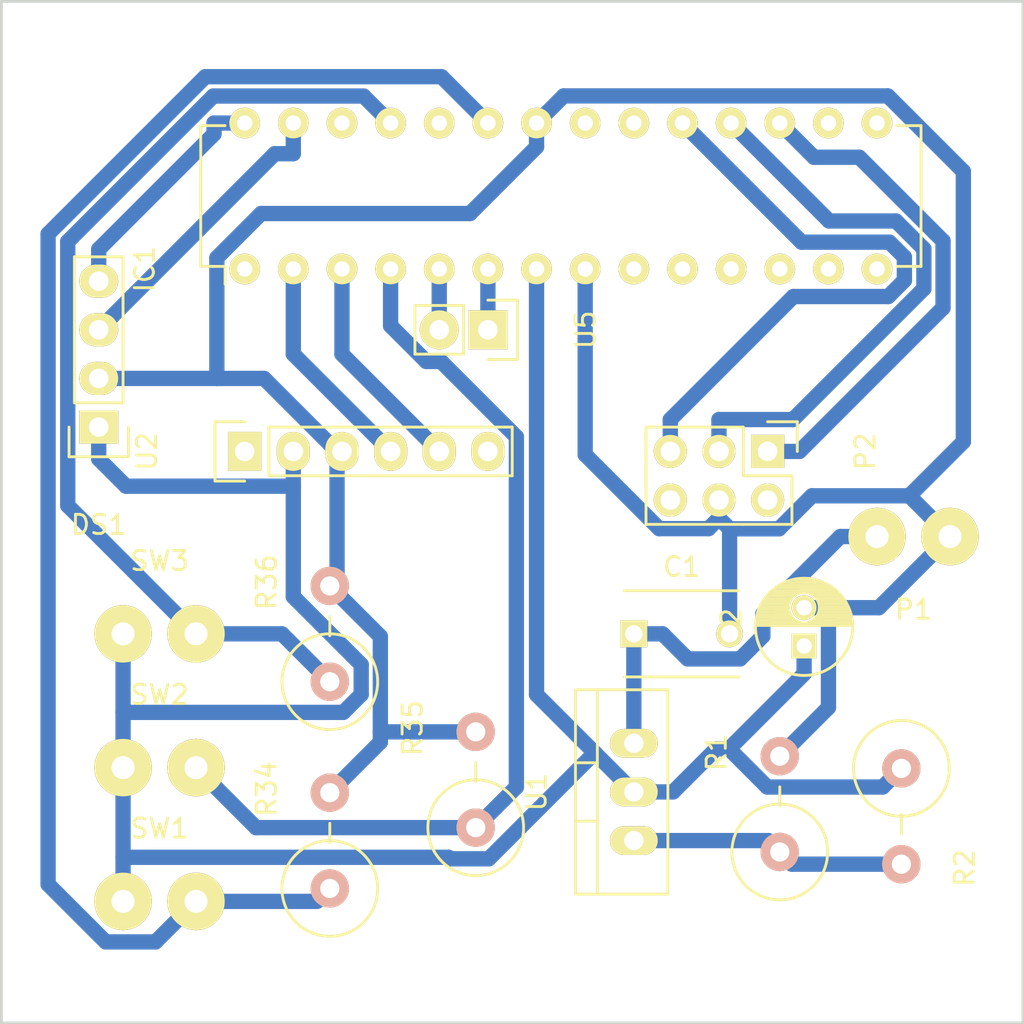
<source format=kicad_pcb>
(kicad_pcb (version 4) (host pcbnew 4.0.2-stable)

  (general
    (links 39)
    (no_connects 1)
    (area 92.2 60.884999 137.5 107.07588)
    (thickness 1.6)
    (drawings 4)
    (tracks 138)
    (zones 0)
    (modules 17)
    (nets 18)
  )

  (page A4)
  (layers
    (0 F.Cu signal)
    (31 B.Cu signal)
    (32 B.Adhes user)
    (33 F.Adhes user)
    (34 B.Paste user)
    (35 F.Paste user)
    (36 B.SilkS user)
    (37 F.SilkS user)
    (38 B.Mask user)
    (39 F.Mask user)
    (40 Dwgs.User user)
    (41 Cmts.User user)
    (42 Eco1.User user)
    (43 Eco2.User user)
    (44 Edge.Cuts user)
    (45 Margin user)
    (46 B.CrtYd user)
    (47 F.CrtYd user)
    (48 B.Fab user)
    (49 F.Fab user)
  )

  (setup
    (last_trace_width 0.8)
    (trace_clearance 0.2)
    (zone_clearance 0.508)
    (zone_45_only no)
    (trace_min 0.2)
    (segment_width 0.2)
    (edge_width 0.15)
    (via_size 0.6)
    (via_drill 0.4)
    (via_min_size 0.4)
    (via_min_drill 0.3)
    (uvia_size 0.3)
    (uvia_drill 0.1)
    (uvias_allowed no)
    (uvia_min_size 0.2)
    (uvia_min_drill 0.1)
    (pcb_text_width 0.3)
    (pcb_text_size 1.5 1.5)
    (mod_edge_width 0.15)
    (mod_text_size 1 1)
    (mod_text_width 0.15)
    (pad_size 1.524 1.524)
    (pad_drill 0.762)
    (pad_to_mask_clearance 0.2)
    (aux_axis_origin 0 0)
    (visible_elements 7FFFFFFF)
    (pcbplotparams
      (layerselection 0x00030_80000001)
      (usegerberextensions false)
      (excludeedgelayer true)
      (linewidth 0.100000)
      (plotframeref false)
      (viasonmask false)
      (mode 1)
      (useauxorigin false)
      (hpglpennumber 1)
      (hpglpenspeed 20)
      (hpglpendiameter 15)
      (hpglpenoverlay 2)
      (psnegative false)
      (psa4output false)
      (plotreference true)
      (plotvalue true)
      (plotinvisibletext false)
      (padsonsilk false)
      (subtractmaskfromsilk false)
      (outputformat 1)
      (mirror false)
      (drillshape 1)
      (scaleselection 1)
      (outputdirectory ""))
  )

  (net 0 "")
  (net 1 GND)
  (net 2 "Net-(DS1-Pad3)")
  (net 3 "Net-(DS1-Pad4)")
  (net 4 "Net-(IC1-Pad18)")
  (net 5 "Net-(IC1-Pad19)")
  (net 6 "Net-(IC1-Pad1)")
  (net 7 "Net-(IC1-Pad4)")
  (net 8 "Net-(IC1-Pad23)")
  (net 9 "Net-(IC1-Pad2)")
  (net 10 "Net-(IC1-Pad3)")
  (net 11 "Net-(IC1-Pad6)")
  (net 12 "Net-(IC1-Pad25)")
  (net 13 "Net-(C1-Pad1)")
  (net 14 /Controller/5V04)
  (net 15 "Net-(IC1-Pad5)")
  (net 16 "Net-(IC1-Pad17)")
  (net 17 "Net-(R1-Pad1)")

  (net_class Default "This is the default net class."
    (clearance 0.2)
    (trace_width 0.8)
    (via_dia 0.6)
    (via_drill 0.4)
    (uvia_dia 0.3)
    (uvia_drill 0.1)
    (add_net /Controller/5V04)
    (add_net GND)
    (add_net "Net-(C1-Pad1)")
    (add_net "Net-(DS1-Pad3)")
    (add_net "Net-(DS1-Pad4)")
    (add_net "Net-(IC1-Pad1)")
    (add_net "Net-(IC1-Pad17)")
    (add_net "Net-(IC1-Pad18)")
    (add_net "Net-(IC1-Pad19)")
    (add_net "Net-(IC1-Pad2)")
    (add_net "Net-(IC1-Pad23)")
    (add_net "Net-(IC1-Pad25)")
    (add_net "Net-(IC1-Pad3)")
    (add_net "Net-(IC1-Pad4)")
    (add_net "Net-(IC1-Pad5)")
    (add_net "Net-(IC1-Pad6)")
    (add_net "Net-(R1-Pad1)")
  )

  (module Resistors_ThroughHole:Resistor_Vertical_RM5mm placed (layer F.Cu) (tedit 0) (tstamp 573386C6)
    (at 107.315 104.775 90)
    (descr "Resistor, Vertical, RM 5mm, 1/3W,")
    (tags "Resistor, Vertical, RM 5mm, 1/3W,")
    (path /5717B094/5717E19D)
    (fp_text reference R34 (at 2.70002 -3.29946 90) (layer F.SilkS)
      (effects (font (size 1 1) (thickness 0.15)))
    )
    (fp_text value 1k (at 0 4.50088 90) (layer F.Fab)
      (effects (font (size 1 1) (thickness 0.15)))
    )
    (fp_line (start -0.09906 0) (end 0.9017 0) (layer F.SilkS) (width 0.15))
    (fp_circle (center -2.49936 0) (end 0 0) (layer F.SilkS) (width 0.15))
    (pad 1 thru_hole circle (at -2.49936 0 90) (size 1.99898 1.99898) (drill 1.00076) (layers *.Cu *.SilkS *.Mask)
      (net 8 "Net-(IC1-Pad23)"))
    (pad 2 thru_hole circle (at 2.5019 0 90) (size 1.99898 1.99898) (drill 1.00076) (layers *.Cu *.SilkS *.Mask)
      (net 1 GND))
  )

  (module Resistors_ThroughHole:Resistor_Vertical_RM5mm placed (layer F.Cu) (tedit 0) (tstamp 573386CC)
    (at 114.935 101.6 90)
    (descr "Resistor, Vertical, RM 5mm, 1/3W,")
    (tags "Resistor, Vertical, RM 5mm, 1/3W,")
    (path /5717B094/5717E455)
    (fp_text reference R35 (at 2.70002 -3.29946 90) (layer F.SilkS)
      (effects (font (size 1 1) (thickness 0.15)))
    )
    (fp_text value 1k (at 0 4.50088 90) (layer F.Fab)
      (effects (font (size 1 1) (thickness 0.15)))
    )
    (fp_line (start -0.09906 0) (end 0.9017 0) (layer F.SilkS) (width 0.15))
    (fp_circle (center -2.49936 0) (end 0 0) (layer F.SilkS) (width 0.15))
    (pad 1 thru_hole circle (at -2.49936 0 90) (size 1.99898 1.99898) (drill 1.00076) (layers *.Cu *.SilkS *.Mask)
      (net 7 "Net-(IC1-Pad4)"))
    (pad 2 thru_hole circle (at 2.5019 0 90) (size 1.99898 1.99898) (drill 1.00076) (layers *.Cu *.SilkS *.Mask)
      (net 1 GND))
  )

  (module Resistors_ThroughHole:Resistor_Vertical_RM5mm placed (layer F.Cu) (tedit 0) (tstamp 573386D2)
    (at 107.315 93.98 90)
    (descr "Resistor, Vertical, RM 5mm, 1/3W,")
    (tags "Resistor, Vertical, RM 5mm, 1/3W,")
    (path /5717B094/5717E48F)
    (fp_text reference R36 (at 2.70002 -3.29946 90) (layer F.SilkS)
      (effects (font (size 1 1) (thickness 0.15)))
    )
    (fp_text value 1k (at 0 4.50088 90) (layer F.Fab)
      (effects (font (size 1 1) (thickness 0.15)))
    )
    (fp_line (start -0.09906 0) (end 0.9017 0) (layer F.SilkS) (width 0.15))
    (fp_circle (center -2.49936 0) (end 0 0) (layer F.SilkS) (width 0.15))
    (pad 1 thru_hole circle (at -2.49936 0 90) (size 1.99898 1.99898) (drill 1.00076) (layers *.Cu *.SilkS *.Mask)
      (net 12 "Net-(IC1-Pad25)"))
    (pad 2 thru_hole circle (at 2.5019 0 90) (size 1.99898 1.99898) (drill 1.00076) (layers *.Cu *.SilkS *.Mask)
      (net 1 GND))
  )

  (module Housings_DIP:DIP-28_W7.62mm placed (layer F.Cu) (tedit 54130A77) (tstamp 57339A5B)
    (at 102.87 74.93 90)
    (descr "28-lead dip package, row spacing 7.62 mm (300 mils)")
    (tags "dil dip 2.54 300")
    (path /5717B094/573E38C5)
    (fp_text reference IC1 (at 0 -5.22 90) (layer F.SilkS)
      (effects (font (size 1 1) (thickness 0.15)))
    )
    (fp_text value ATMEGA168-P (at 0 -3.72 90) (layer F.Fab)
      (effects (font (size 1 1) (thickness 0.15)))
    )
    (fp_line (start -1.05 -2.45) (end -1.05 35.5) (layer F.CrtYd) (width 0.05))
    (fp_line (start 8.65 -2.45) (end 8.65 35.5) (layer F.CrtYd) (width 0.05))
    (fp_line (start -1.05 -2.45) (end 8.65 -2.45) (layer F.CrtYd) (width 0.05))
    (fp_line (start -1.05 35.5) (end 8.65 35.5) (layer F.CrtYd) (width 0.05))
    (fp_line (start 0.135 -2.295) (end 0.135 -1.025) (layer F.SilkS) (width 0.15))
    (fp_line (start 7.485 -2.295) (end 7.485 -1.025) (layer F.SilkS) (width 0.15))
    (fp_line (start 7.485 35.315) (end 7.485 34.045) (layer F.SilkS) (width 0.15))
    (fp_line (start 0.135 35.315) (end 0.135 34.045) (layer F.SilkS) (width 0.15))
    (fp_line (start 0.135 -2.295) (end 7.485 -2.295) (layer F.SilkS) (width 0.15))
    (fp_line (start 0.135 35.315) (end 7.485 35.315) (layer F.SilkS) (width 0.15))
    (fp_line (start 0.135 -1.025) (end -0.8 -1.025) (layer F.SilkS) (width 0.15))
    (pad 1 thru_hole oval (at 0 0 90) (size 1.6 1.6) (drill 0.8) (layers *.Cu *.Mask F.SilkS)
      (net 6 "Net-(IC1-Pad1)"))
    (pad 2 thru_hole oval (at 0 2.54 90) (size 1.6 1.6) (drill 0.8) (layers *.Cu *.Mask F.SilkS)
      (net 9 "Net-(IC1-Pad2)"))
    (pad 3 thru_hole oval (at 0 5.08 90) (size 1.6 1.6) (drill 0.8) (layers *.Cu *.Mask F.SilkS)
      (net 10 "Net-(IC1-Pad3)"))
    (pad 4 thru_hole oval (at 0 7.62 90) (size 1.6 1.6) (drill 0.8) (layers *.Cu *.Mask F.SilkS)
      (net 7 "Net-(IC1-Pad4)"))
    (pad 5 thru_hole oval (at 0 10.16 90) (size 1.6 1.6) (drill 0.8) (layers *.Cu *.Mask F.SilkS)
      (net 15 "Net-(IC1-Pad5)"))
    (pad 6 thru_hole oval (at 0 12.7 90) (size 1.6 1.6) (drill 0.8) (layers *.Cu *.Mask F.SilkS)
      (net 11 "Net-(IC1-Pad6)"))
    (pad 7 thru_hole oval (at 0 15.24 90) (size 1.6 1.6) (drill 0.8) (layers *.Cu *.Mask F.SilkS)
      (net 14 /Controller/5V04))
    (pad 8 thru_hole oval (at 0 17.78 90) (size 1.6 1.6) (drill 0.8) (layers *.Cu *.Mask F.SilkS)
      (net 1 GND))
    (pad 9 thru_hole oval (at 0 20.32 90) (size 1.6 1.6) (drill 0.8) (layers *.Cu *.Mask F.SilkS))
    (pad 10 thru_hole oval (at 0 22.86 90) (size 1.6 1.6) (drill 0.8) (layers *.Cu *.Mask F.SilkS))
    (pad 11 thru_hole oval (at 0 25.4 90) (size 1.6 1.6) (drill 0.8) (layers *.Cu *.Mask F.SilkS))
    (pad 12 thru_hole oval (at 0 27.94 90) (size 1.6 1.6) (drill 0.8) (layers *.Cu *.Mask F.SilkS))
    (pad 13 thru_hole oval (at 0 30.48 90) (size 1.6 1.6) (drill 0.8) (layers *.Cu *.Mask F.SilkS))
    (pad 14 thru_hole oval (at 0 33.02 90) (size 1.6 1.6) (drill 0.8) (layers *.Cu *.Mask F.SilkS))
    (pad 15 thru_hole oval (at 7.62 33.02 90) (size 1.6 1.6) (drill 0.8) (layers *.Cu *.Mask F.SilkS))
    (pad 16 thru_hole oval (at 7.62 30.48 90) (size 1.6 1.6) (drill 0.8) (layers *.Cu *.Mask F.SilkS))
    (pad 17 thru_hole oval (at 7.62 27.94 90) (size 1.6 1.6) (drill 0.8) (layers *.Cu *.Mask F.SilkS)
      (net 16 "Net-(IC1-Pad17)"))
    (pad 18 thru_hole oval (at 7.62 25.4 90) (size 1.6 1.6) (drill 0.8) (layers *.Cu *.Mask F.SilkS)
      (net 4 "Net-(IC1-Pad18)"))
    (pad 19 thru_hole oval (at 7.62 22.86 90) (size 1.6 1.6) (drill 0.8) (layers *.Cu *.Mask F.SilkS)
      (net 5 "Net-(IC1-Pad19)"))
    (pad 20 thru_hole oval (at 7.62 20.32 90) (size 1.6 1.6) (drill 0.8) (layers *.Cu *.Mask F.SilkS))
    (pad 21 thru_hole oval (at 7.62 17.78 90) (size 1.6 1.6) (drill 0.8) (layers *.Cu *.Mask F.SilkS))
    (pad 22 thru_hole oval (at 7.62 15.24 90) (size 1.6 1.6) (drill 0.8) (layers *.Cu *.Mask F.SilkS)
      (net 1 GND))
    (pad 23 thru_hole oval (at 7.62 12.7 90) (size 1.6 1.6) (drill 0.8) (layers *.Cu *.Mask F.SilkS)
      (net 8 "Net-(IC1-Pad23)"))
    (pad 24 thru_hole oval (at 7.62 10.16 90) (size 1.6 1.6) (drill 0.8) (layers *.Cu *.Mask F.SilkS))
    (pad 25 thru_hole oval (at 7.62 7.62 90) (size 1.6 1.6) (drill 0.8) (layers *.Cu *.Mask F.SilkS)
      (net 12 "Net-(IC1-Pad25)"))
    (pad 26 thru_hole oval (at 7.62 5.08 90) (size 1.6 1.6) (drill 0.8) (layers *.Cu *.Mask F.SilkS))
    (pad 27 thru_hole oval (at 7.62 2.54 90) (size 1.6 1.6) (drill 0.8) (layers *.Cu *.Mask F.SilkS)
      (net 2 "Net-(DS1-Pad3)"))
    (pad 28 thru_hole oval (at 7.62 0 90) (size 1.6 1.6) (drill 0.8) (layers *.Cu *.Mask F.SilkS)
      (net 3 "Net-(DS1-Pad4)"))
    (model Housings_DIP.3dshapes/DIP-28_W7.62mm.wrl
      (at (xyz 0 0 0))
      (scale (xyz 1 1 1))
      (rotate (xyz 0 0 0))
    )
  )

  (module Capacitors_ThroughHole:C_Disc_D6_P5 placed (layer F.Cu) (tedit 0) (tstamp 573D8CD4)
    (at 123.19 93.98)
    (descr "Capacitor 6mm Disc, Pitch 5mm")
    (tags Capacitor)
    (path /5717B094/573DC3D7)
    (fp_text reference C1 (at 2.5 -3.5) (layer F.SilkS)
      (effects (font (size 1 1) (thickness 0.15)))
    )
    (fp_text value 0.1uF (at 2.5 3.5) (layer F.Fab)
      (effects (font (size 1 1) (thickness 0.15)))
    )
    (fp_line (start -0.95 -2.5) (end 5.95 -2.5) (layer F.CrtYd) (width 0.05))
    (fp_line (start 5.95 -2.5) (end 5.95 2.5) (layer F.CrtYd) (width 0.05))
    (fp_line (start 5.95 2.5) (end -0.95 2.5) (layer F.CrtYd) (width 0.05))
    (fp_line (start -0.95 2.5) (end -0.95 -2.5) (layer F.CrtYd) (width 0.05))
    (fp_line (start -0.5 -2.25) (end 5.5 -2.25) (layer F.SilkS) (width 0.15))
    (fp_line (start 5.5 2.25) (end -0.5 2.25) (layer F.SilkS) (width 0.15))
    (pad 1 thru_hole rect (at 0 0) (size 1.4 1.4) (drill 0.9) (layers *.Cu *.Mask F.SilkS)
      (net 13 "Net-(C1-Pad1)"))
    (pad 2 thru_hole circle (at 5 0) (size 1.4 1.4) (drill 0.9) (layers *.Cu *.Mask F.SilkS)
      (net 1 GND))
    (model Capacitors_ThroughHole.3dshapes/C_Disc_D6_P5.wrl
      (at (xyz 0.0984252 0 0))
      (scale (xyz 1 1 1))
      (rotate (xyz 0 0 0))
    )
  )

  (module Capacitors_ThroughHole:C_Radial_D5_L11_P2 placed (layer F.Cu) (tedit 0) (tstamp 573D8CD9)
    (at 132.08 94.615 90)
    (descr "Radial Electrolytic Capacitor 5mm x Length 11mm, Pitch 2mm")
    (tags "Electrolytic Capacitor")
    (path /5717B094/573DC418)
    (fp_text reference C2 (at 1 -3.8 90) (layer F.SilkS)
      (effects (font (size 1 1) (thickness 0.15)))
    )
    (fp_text value 1uF (at 1 3.8 90) (layer F.Fab)
      (effects (font (size 1 1) (thickness 0.15)))
    )
    (fp_line (start 1.075 -2.499) (end 1.075 2.499) (layer F.SilkS) (width 0.15))
    (fp_line (start 1.215 -2.491) (end 1.215 -0.154) (layer F.SilkS) (width 0.15))
    (fp_line (start 1.215 0.154) (end 1.215 2.491) (layer F.SilkS) (width 0.15))
    (fp_line (start 1.355 -2.475) (end 1.355 -0.473) (layer F.SilkS) (width 0.15))
    (fp_line (start 1.355 0.473) (end 1.355 2.475) (layer F.SilkS) (width 0.15))
    (fp_line (start 1.495 -2.451) (end 1.495 -0.62) (layer F.SilkS) (width 0.15))
    (fp_line (start 1.495 0.62) (end 1.495 2.451) (layer F.SilkS) (width 0.15))
    (fp_line (start 1.635 -2.418) (end 1.635 -0.712) (layer F.SilkS) (width 0.15))
    (fp_line (start 1.635 0.712) (end 1.635 2.418) (layer F.SilkS) (width 0.15))
    (fp_line (start 1.775 -2.377) (end 1.775 -0.768) (layer F.SilkS) (width 0.15))
    (fp_line (start 1.775 0.768) (end 1.775 2.377) (layer F.SilkS) (width 0.15))
    (fp_line (start 1.915 -2.327) (end 1.915 -0.795) (layer F.SilkS) (width 0.15))
    (fp_line (start 1.915 0.795) (end 1.915 2.327) (layer F.SilkS) (width 0.15))
    (fp_line (start 2.055 -2.266) (end 2.055 -0.798) (layer F.SilkS) (width 0.15))
    (fp_line (start 2.055 0.798) (end 2.055 2.266) (layer F.SilkS) (width 0.15))
    (fp_line (start 2.195 -2.196) (end 2.195 -0.776) (layer F.SilkS) (width 0.15))
    (fp_line (start 2.195 0.776) (end 2.195 2.196) (layer F.SilkS) (width 0.15))
    (fp_line (start 2.335 -2.114) (end 2.335 -0.726) (layer F.SilkS) (width 0.15))
    (fp_line (start 2.335 0.726) (end 2.335 2.114) (layer F.SilkS) (width 0.15))
    (fp_line (start 2.475 -2.019) (end 2.475 -0.644) (layer F.SilkS) (width 0.15))
    (fp_line (start 2.475 0.644) (end 2.475 2.019) (layer F.SilkS) (width 0.15))
    (fp_line (start 2.615 -1.908) (end 2.615 -0.512) (layer F.SilkS) (width 0.15))
    (fp_line (start 2.615 0.512) (end 2.615 1.908) (layer F.SilkS) (width 0.15))
    (fp_line (start 2.755 -1.78) (end 2.755 -0.265) (layer F.SilkS) (width 0.15))
    (fp_line (start 2.755 0.265) (end 2.755 1.78) (layer F.SilkS) (width 0.15))
    (fp_line (start 2.895 -1.631) (end 2.895 1.631) (layer F.SilkS) (width 0.15))
    (fp_line (start 3.035 -1.452) (end 3.035 1.452) (layer F.SilkS) (width 0.15))
    (fp_line (start 3.175 -1.233) (end 3.175 1.233) (layer F.SilkS) (width 0.15))
    (fp_line (start 3.315 -0.944) (end 3.315 0.944) (layer F.SilkS) (width 0.15))
    (fp_line (start 3.455 -0.472) (end 3.455 0.472) (layer F.SilkS) (width 0.15))
    (fp_circle (center 2 0) (end 2 -0.8) (layer F.SilkS) (width 0.15))
    (fp_circle (center 1 0) (end 1 -2.5375) (layer F.SilkS) (width 0.15))
    (fp_circle (center 1 0) (end 1 -2.8) (layer F.CrtYd) (width 0.05))
    (pad 1 thru_hole rect (at 0 0 90) (size 1.3 1.3) (drill 0.8) (layers *.Cu *.Mask F.SilkS)
      (net 14 /Controller/5V04))
    (pad 2 thru_hole circle (at 2 0 90) (size 1.3 1.3) (drill 0.8) (layers *.Cu *.Mask F.SilkS)
      (net 1 GND))
    (model Capacitors_ThroughHole.3dshapes/C_Radial_D5_L11_P2.wrl
      (at (xyz 0 0 0))
      (scale (xyz 1 1 1))
      (rotate (xyz 0 0 0))
    )
  )

  (module Holes:SolderWirePad1mmmodified placed (layer F.Cu) (tedit 573C75B6) (tstamp 573D8CDE)
    (at 137.795 88.9 180)
    (path /5717B094/573DC88C)
    (fp_text reference P1 (at 0 -3.81 180) (layer F.SilkS)
      (effects (font (size 1 1) (thickness 0.15)))
    )
    (fp_text value 9V (at 0.635 3.81 180) (layer F.Fab)
      (effects (font (size 1 1) (thickness 0.15)))
    )
    (pad 1 thru_hole circle (at -1.905 0 180) (size 2.99974 2.99974) (drill 1.19888) (layers *.Cu *.Mask F.SilkS)
      (net 1 GND))
    (pad 2 thru_hole circle (at 1.905 0 180) (size 2.99974 2.99974) (drill 1.19888) (layers *.Cu *.Mask F.SilkS)
      (net 13 "Net-(C1-Pad1)"))
  )

  (module Pin_Headers:Pin_Header_Straight_2x03 placed (layer F.Cu) (tedit 54EA0A4B) (tstamp 573D8CEC)
    (at 130.175 84.455 270)
    (descr "Through hole pin header")
    (tags "pin header")
    (path /5717B094/573E0FB7)
    (fp_text reference P2 (at 0 -5.1 270) (layer F.SilkS)
      (effects (font (size 1 1) (thickness 0.15)))
    )
    (fp_text value SPI (at 0 -3.1 270) (layer F.Fab)
      (effects (font (size 1 1) (thickness 0.15)))
    )
    (fp_line (start -1.27 1.27) (end -1.27 6.35) (layer F.SilkS) (width 0.15))
    (fp_line (start -1.55 -1.55) (end 0 -1.55) (layer F.SilkS) (width 0.15))
    (fp_line (start -1.75 -1.75) (end -1.75 6.85) (layer F.CrtYd) (width 0.05))
    (fp_line (start 4.3 -1.75) (end 4.3 6.85) (layer F.CrtYd) (width 0.05))
    (fp_line (start -1.75 -1.75) (end 4.3 -1.75) (layer F.CrtYd) (width 0.05))
    (fp_line (start -1.75 6.85) (end 4.3 6.85) (layer F.CrtYd) (width 0.05))
    (fp_line (start 1.27 -1.27) (end 1.27 1.27) (layer F.SilkS) (width 0.15))
    (fp_line (start 1.27 1.27) (end -1.27 1.27) (layer F.SilkS) (width 0.15))
    (fp_line (start -1.27 6.35) (end 3.81 6.35) (layer F.SilkS) (width 0.15))
    (fp_line (start 3.81 6.35) (end 3.81 1.27) (layer F.SilkS) (width 0.15))
    (fp_line (start -1.55 -1.55) (end -1.55 0) (layer F.SilkS) (width 0.15))
    (fp_line (start 3.81 -1.27) (end 1.27 -1.27) (layer F.SilkS) (width 0.15))
    (fp_line (start 3.81 1.27) (end 3.81 -1.27) (layer F.SilkS) (width 0.15))
    (pad 1 thru_hole rect (at 0 0 270) (size 1.7272 1.7272) (drill 1.016) (layers *.Cu *.Mask F.SilkS)
      (net 16 "Net-(IC1-Pad17)"))
    (pad 2 thru_hole oval (at 2.54 0 270) (size 1.7272 1.7272) (drill 1.016) (layers *.Cu *.Mask F.SilkS))
    (pad 3 thru_hole oval (at 0 2.54 270) (size 1.7272 1.7272) (drill 1.016) (layers *.Cu *.Mask F.SilkS)
      (net 4 "Net-(IC1-Pad18)"))
    (pad 4 thru_hole oval (at 2.54 2.54 270) (size 1.7272 1.7272) (drill 1.016) (layers *.Cu *.Mask F.SilkS)
      (net 1 GND))
    (pad 5 thru_hole oval (at 0 5.08 270) (size 1.7272 1.7272) (drill 1.016) (layers *.Cu *.Mask F.SilkS)
      (net 5 "Net-(IC1-Pad19)"))
    (pad 6 thru_hole oval (at 2.54 5.08 270) (size 1.7272 1.7272) (drill 1.016) (layers *.Cu *.Mask F.SilkS)
      (net 6 "Net-(IC1-Pad1)"))
    (model Pin_Headers.3dshapes/Pin_Header_Straight_2x03.wrl
      (at (xyz 0.05 -0.1 0))
      (scale (xyz 1 1 1))
      (rotate (xyz 0 0 90))
    )
  )

  (module TO_SOT_Packages_THT:TO-220_Neutral123_Vertical placed (layer F.Cu) (tedit 0) (tstamp 573D8CF7)
    (at 123.19 102.235 90)
    (descr "TO-220, Neutral, Vertical,")
    (tags "TO-220, Neutral, Vertical,")
    (path /5717B094/573DC02D)
    (fp_text reference U1 (at 0 -5.08 90) (layer F.SilkS)
      (effects (font (size 1 1) (thickness 0.15)))
    )
    (fp_text value LM317_SOT223 (at 0 3.81 90) (layer F.Fab)
      (effects (font (size 1 1) (thickness 0.15)))
    )
    (fp_line (start -1.524 -3.048) (end -1.524 -1.905) (layer F.SilkS) (width 0.15))
    (fp_line (start 1.524 -3.048) (end 1.524 -1.905) (layer F.SilkS) (width 0.15))
    (fp_line (start 5.334 -1.905) (end 5.334 1.778) (layer F.SilkS) (width 0.15))
    (fp_line (start 5.334 1.778) (end -5.334 1.778) (layer F.SilkS) (width 0.15))
    (fp_line (start -5.334 1.778) (end -5.334 -1.905) (layer F.SilkS) (width 0.15))
    (fp_line (start 5.334 -3.048) (end 5.334 -1.905) (layer F.SilkS) (width 0.15))
    (fp_line (start 5.334 -1.905) (end -5.334 -1.905) (layer F.SilkS) (width 0.15))
    (fp_line (start -5.334 -1.905) (end -5.334 -3.048) (layer F.SilkS) (width 0.15))
    (fp_line (start 0 -3.048) (end -5.334 -3.048) (layer F.SilkS) (width 0.15))
    (fp_line (start 0 -3.048) (end 5.334 -3.048) (layer F.SilkS) (width 0.15))
    (pad 2 thru_hole oval (at 0 0 180) (size 2.49936 1.50114) (drill 1.00076) (layers *.Cu *.Mask F.SilkS)
      (net 14 /Controller/5V04))
    (pad 1 thru_hole oval (at -2.54 0 180) (size 2.49936 1.50114) (drill 1.00076) (layers *.Cu *.Mask F.SilkS)
      (net 17 "Net-(R1-Pad1)"))
    (pad 3 thru_hole oval (at 2.54 0 180) (size 2.49936 1.50114) (drill 1.00076) (layers *.Cu *.Mask F.SilkS)
      (net 13 "Net-(C1-Pad1)"))
    (model TO_SOT_Packages_THT.3dshapes/TO-220_Neutral123_Vertical.wrl
      (at (xyz 0 0 0))
      (scale (xyz 0.3937 0.3937 0.3937))
      (rotate (xyz 0 0 0))
    )
  )

  (module Pin_Headers:Pin_Header_Straight_1x06 placed (layer F.Cu) (tedit 0) (tstamp 573D8CFD)
    (at 102.87 84.455 90)
    (descr "Through hole pin header")
    (tags "pin header")
    (path /5717B094/573D88C1)
    (fp_text reference U2 (at 0 -5.1 90) (layer F.SilkS)
      (effects (font (size 1 1) (thickness 0.15)))
    )
    (fp_text value BlueSmirf (at 0 -3.1 90) (layer F.Fab)
      (effects (font (size 1 1) (thickness 0.15)))
    )
    (fp_line (start -1.75 -1.75) (end -1.75 14.45) (layer F.CrtYd) (width 0.05))
    (fp_line (start 1.75 -1.75) (end 1.75 14.45) (layer F.CrtYd) (width 0.05))
    (fp_line (start -1.75 -1.75) (end 1.75 -1.75) (layer F.CrtYd) (width 0.05))
    (fp_line (start -1.75 14.45) (end 1.75 14.45) (layer F.CrtYd) (width 0.05))
    (fp_line (start 1.27 1.27) (end 1.27 13.97) (layer F.SilkS) (width 0.15))
    (fp_line (start 1.27 13.97) (end -1.27 13.97) (layer F.SilkS) (width 0.15))
    (fp_line (start -1.27 13.97) (end -1.27 1.27) (layer F.SilkS) (width 0.15))
    (fp_line (start 1.55 -1.55) (end 1.55 0) (layer F.SilkS) (width 0.15))
    (fp_line (start 1.27 1.27) (end -1.27 1.27) (layer F.SilkS) (width 0.15))
    (fp_line (start -1.55 0) (end -1.55 -1.55) (layer F.SilkS) (width 0.15))
    (fp_line (start -1.55 -1.55) (end 1.55 -1.55) (layer F.SilkS) (width 0.15))
    (pad 1 thru_hole rect (at 0 0 90) (size 2.032 1.7272) (drill 1.016) (layers *.Cu *.Mask F.SilkS))
    (pad 2 thru_hole oval (at 0 2.54 90) (size 2.032 1.7272) (drill 1.016) (layers *.Cu *.Mask F.SilkS)
      (net 14 /Controller/5V04))
    (pad 3 thru_hole oval (at 0 5.08 90) (size 2.032 1.7272) (drill 1.016) (layers *.Cu *.Mask F.SilkS)
      (net 1 GND))
    (pad 4 thru_hole oval (at 0 7.62 90) (size 2.032 1.7272) (drill 1.016) (layers *.Cu *.Mask F.SilkS)
      (net 9 "Net-(IC1-Pad2)"))
    (pad 5 thru_hole oval (at 0 10.16 90) (size 2.032 1.7272) (drill 1.016) (layers *.Cu *.Mask F.SilkS)
      (net 10 "Net-(IC1-Pad3)"))
    (pad 6 thru_hole oval (at 0 12.7 90) (size 2.032 1.7272) (drill 1.016) (layers *.Cu *.Mask F.SilkS))
    (model Pin_Headers.3dshapes/Pin_Header_Straight_1x06.wrl
      (at (xyz 0 -0.25 0))
      (scale (xyz 1 1 1))
      (rotate (xyz 0 0 90))
    )
  )

  (module Pin_Headers:Pin_Header_Straight_1x04 placed (layer F.Cu) (tedit 0) (tstamp 573D8F11)
    (at 95.25 83.185 180)
    (descr "Through hole pin header")
    (tags "pin header")
    (path /5717B094/5717CD37)
    (fp_text reference DS1 (at 0 -5.1 180) (layer F.SilkS)
      (effects (font (size 1 1) (thickness 0.15)))
    )
    (fp_text value I2C_LCD16X2 (at 0 -3.1 180) (layer F.Fab)
      (effects (font (size 1 1) (thickness 0.15)))
    )
    (fp_line (start -1.75 -1.75) (end -1.75 9.4) (layer F.CrtYd) (width 0.05))
    (fp_line (start 1.75 -1.75) (end 1.75 9.4) (layer F.CrtYd) (width 0.05))
    (fp_line (start -1.75 -1.75) (end 1.75 -1.75) (layer F.CrtYd) (width 0.05))
    (fp_line (start -1.75 9.4) (end 1.75 9.4) (layer F.CrtYd) (width 0.05))
    (fp_line (start -1.27 1.27) (end -1.27 8.89) (layer F.SilkS) (width 0.15))
    (fp_line (start 1.27 1.27) (end 1.27 8.89) (layer F.SilkS) (width 0.15))
    (fp_line (start 1.55 -1.55) (end 1.55 0) (layer F.SilkS) (width 0.15))
    (fp_line (start -1.27 8.89) (end 1.27 8.89) (layer F.SilkS) (width 0.15))
    (fp_line (start 1.27 1.27) (end -1.27 1.27) (layer F.SilkS) (width 0.15))
    (fp_line (start -1.55 0) (end -1.55 -1.55) (layer F.SilkS) (width 0.15))
    (fp_line (start -1.55 -1.55) (end 1.55 -1.55) (layer F.SilkS) (width 0.15))
    (pad 1 thru_hole rect (at 0 0 180) (size 2.032 1.7272) (drill 1.016) (layers *.Cu *.Mask F.SilkS)
      (net 14 /Controller/5V04))
    (pad 2 thru_hole oval (at 0 2.54 180) (size 2.032 1.7272) (drill 1.016) (layers *.Cu *.Mask F.SilkS)
      (net 1 GND))
    (pad 3 thru_hole oval (at 0 5.08 180) (size 2.032 1.7272) (drill 1.016) (layers *.Cu *.Mask F.SilkS)
      (net 2 "Net-(DS1-Pad3)"))
    (pad 4 thru_hole oval (at 0 7.62 180) (size 2.032 1.7272) (drill 1.016) (layers *.Cu *.Mask F.SilkS)
      (net 3 "Net-(DS1-Pad4)"))
    (model Pin_Headers.3dshapes/Pin_Header_Straight_1x04.wrl
      (at (xyz 0 -0.15 0))
      (scale (xyz 1 1 1))
      (rotate (xyz 0 0 90))
    )
  )

  (module Resistors_ThroughHole:Resistor_Vertical_RM5mm (layer F.Cu) (tedit 0) (tstamp 573D90F6)
    (at 130.81 102.87 90)
    (descr "Resistor, Vertical, RM 5mm, 1/3W,")
    (tags "Resistor, Vertical, RM 5mm, 1/3W,")
    (path /5717B094/573DC39C)
    (fp_text reference R1 (at 2.70002 -3.29946 90) (layer F.SilkS)
      (effects (font (size 1 1) (thickness 0.15)))
    )
    (fp_text value 1k (at 0 4.50088 90) (layer F.Fab)
      (effects (font (size 1 1) (thickness 0.15)))
    )
    (fp_line (start -0.09906 0) (end 0.9017 0) (layer F.SilkS) (width 0.15))
    (fp_circle (center -2.49936 0) (end 0 0) (layer F.SilkS) (width 0.15))
    (pad 1 thru_hole circle (at -2.49936 0 90) (size 1.99898 1.99898) (drill 1.00076) (layers *.Cu *.SilkS *.Mask)
      (net 17 "Net-(R1-Pad1)"))
    (pad 2 thru_hole circle (at 2.5019 0 90) (size 1.99898 1.99898) (drill 1.00076) (layers *.Cu *.SilkS *.Mask)
      (net 1 GND))
  )

  (module Resistors_ThroughHole:Resistor_Vertical_RM5mm (layer F.Cu) (tedit 0) (tstamp 573D90FB)
    (at 137.16 103.505 270)
    (descr "Resistor, Vertical, RM 5mm, 1/3W,")
    (tags "Resistor, Vertical, RM 5mm, 1/3W,")
    (path /5717B094/573DC2FF)
    (fp_text reference R2 (at 2.70002 -3.29946 270) (layer F.SilkS)
      (effects (font (size 1 1) (thickness 0.15)))
    )
    (fp_text value 330 (at 0 4.50088 270) (layer F.Fab)
      (effects (font (size 1 1) (thickness 0.15)))
    )
    (fp_line (start -0.09906 0) (end 0.9017 0) (layer F.SilkS) (width 0.15))
    (fp_circle (center -2.49936 0) (end 0 0) (layer F.SilkS) (width 0.15))
    (pad 1 thru_hole circle (at -2.49936 0 270) (size 1.99898 1.99898) (drill 1.00076) (layers *.Cu *.SilkS *.Mask)
      (net 14 /Controller/5V04))
    (pad 2 thru_hole circle (at 2.5019 0 270) (size 1.99898 1.99898) (drill 1.00076) (layers *.Cu *.SilkS *.Mask)
      (net 17 "Net-(R1-Pad1)"))
  )

  (module Holes:SolderWirePad1mmmodified (layer F.Cu) (tedit 573C75B6) (tstamp 573D9100)
    (at 98.425 107.95)
    (path /5717B094/5717DAA2)
    (fp_text reference SW1 (at 0 -3.81) (layer F.SilkS)
      (effects (font (size 1 1) (thickness 0.15)))
    )
    (fp_text value Reverse (at 0.635 3.81) (layer F.Fab)
      (effects (font (size 1 1) (thickness 0.15)))
    )
    (pad 1 thru_hole circle (at -1.905 0) (size 2.99974 2.99974) (drill 1.19888) (layers *.Cu *.Mask F.SilkS)
      (net 14 /Controller/5V04))
    (pad 2 thru_hole circle (at 1.905 0) (size 2.99974 2.99974) (drill 1.19888) (layers *.Cu *.Mask F.SilkS)
      (net 8 "Net-(IC1-Pad23)"))
  )

  (module Holes:SolderWirePad1mmmodified (layer F.Cu) (tedit 573C75B6) (tstamp 573D9105)
    (at 98.425 100.965)
    (path /5717B094/5717DAF5)
    (fp_text reference SW2 (at 0 -3.81) (layer F.SilkS)
      (effects (font (size 1 1) (thickness 0.15)))
    )
    (fp_text value Pairing (at 0.635 3.81) (layer F.Fab)
      (effects (font (size 1 1) (thickness 0.15)))
    )
    (pad 1 thru_hole circle (at -1.905 0) (size 2.99974 2.99974) (drill 1.19888) (layers *.Cu *.Mask F.SilkS)
      (net 14 /Controller/5V04))
    (pad 2 thru_hole circle (at 1.905 0) (size 2.99974 2.99974) (drill 1.19888) (layers *.Cu *.Mask F.SilkS)
      (net 7 "Net-(IC1-Pad4)"))
  )

  (module Holes:SolderWirePad1mmmodified (layer F.Cu) (tedit 573C75B6) (tstamp 573D910A)
    (at 98.425 93.98)
    (path /5717B094/5717DB44)
    (fp_text reference SW3 (at 0 -3.81) (layer F.SilkS)
      (effects (font (size 1 1) (thickness 0.15)))
    )
    (fp_text value Lights (at 0.635 3.81) (layer F.Fab)
      (effects (font (size 1 1) (thickness 0.15)))
    )
    (pad 1 thru_hole circle (at -1.905 0) (size 2.99974 2.99974) (drill 1.19888) (layers *.Cu *.Mask F.SilkS)
      (net 14 /Controller/5V04))
    (pad 2 thru_hole circle (at 1.905 0) (size 2.99974 2.99974) (drill 1.19888) (layers *.Cu *.Mask F.SilkS)
      (net 12 "Net-(IC1-Pad25)"))
  )

  (module Pin_Headers:Pin_Header_Straight_1x02 (layer F.Cu) (tedit 54EA090C) (tstamp 573D925C)
    (at 115.57 78.105 270)
    (descr "Through hole pin header")
    (tags "pin header")
    (path /5717B094/5717C731)
    (fp_text reference U5 (at 0 -5.1 270) (layer F.SilkS)
      (effects (font (size 1 1) (thickness 0.15)))
    )
    (fp_text value Linkura (at 0 -3.1 270) (layer F.Fab)
      (effects (font (size 1 1) (thickness 0.15)))
    )
    (fp_line (start 1.27 1.27) (end 1.27 3.81) (layer F.SilkS) (width 0.15))
    (fp_line (start 1.55 -1.55) (end 1.55 0) (layer F.SilkS) (width 0.15))
    (fp_line (start -1.75 -1.75) (end -1.75 4.3) (layer F.CrtYd) (width 0.05))
    (fp_line (start 1.75 -1.75) (end 1.75 4.3) (layer F.CrtYd) (width 0.05))
    (fp_line (start -1.75 -1.75) (end 1.75 -1.75) (layer F.CrtYd) (width 0.05))
    (fp_line (start -1.75 4.3) (end 1.75 4.3) (layer F.CrtYd) (width 0.05))
    (fp_line (start 1.27 1.27) (end -1.27 1.27) (layer F.SilkS) (width 0.15))
    (fp_line (start -1.55 0) (end -1.55 -1.55) (layer F.SilkS) (width 0.15))
    (fp_line (start -1.55 -1.55) (end 1.55 -1.55) (layer F.SilkS) (width 0.15))
    (fp_line (start -1.27 1.27) (end -1.27 3.81) (layer F.SilkS) (width 0.15))
    (fp_line (start -1.27 3.81) (end 1.27 3.81) (layer F.SilkS) (width 0.15))
    (pad 1 thru_hole rect (at 0 0 270) (size 2.032 2.032) (drill 1.016) (layers *.Cu *.Mask F.SilkS)
      (net 11 "Net-(IC1-Pad6)"))
    (pad 2 thru_hole oval (at 0 2.54 270) (size 2.032 2.032) (drill 1.016) (layers *.Cu *.Mask F.SilkS)
      (net 15 "Net-(IC1-Pad5)"))
    (model Pin_Headers.3dshapes/Pin_Header_Straight_1x02.wrl
      (at (xyz 0 -0.05 0))
      (scale (xyz 1 1 1))
      (rotate (xyz 0 0 90))
    )
  )

  (gr_line (start 90.17 114.3) (end 90.17 60.96) (angle 90) (layer Edge.Cuts) (width 0.15))
  (gr_line (start 143.51 114.3) (end 90.17 114.3) (angle 90) (layer Edge.Cuts) (width 0.15))
  (gr_line (start 143.51 60.96) (end 143.51 114.3) (angle 90) (layer Edge.Cuts) (width 0.15))
  (gr_line (start 90.17 60.96) (end 143.51 60.96) (angle 90) (layer Edge.Cuts) (width 0.15))

  (segment (start 107.6938 84.455) (end 107.95 84.455) (width 0.8) (layer B.Cu) (net 1))
  (segment (start 133.3521 97.826) (end 130.81 100.3681) (width 0.8) (layer B.Cu) (net 1))
  (segment (start 133.3521 92.615) (end 133.3521 97.826) (width 0.8) (layer B.Cu) (net 1))
  (segment (start 135.985 92.615) (end 133.3521 92.615) (width 0.8) (layer B.Cu) (net 1))
  (segment (start 139.7 88.9) (end 135.985 92.615) (width 0.8) (layer B.Cu) (net 1))
  (segment (start 133.3521 92.615) (end 132.08 92.615) (width 0.8) (layer B.Cu) (net 1))
  (segment (start 128.19 88.4968) (end 128.19 93.98) (width 0.8) (layer B.Cu) (net 1))
  (segment (start 95.25 80.645) (end 101.418 80.645) (width 0.8) (layer B.Cu) (net 1))
  (segment (start 103.8838 80.645) (end 107.6938 84.455) (width 0.8) (layer B.Cu) (net 1))
  (segment (start 101.418 80.645) (end 103.8838 80.645) (width 0.8) (layer B.Cu) (net 1))
  (segment (start 107.6938 91.0993) (end 107.315 91.4781) (width 0.8) (layer B.Cu) (net 1))
  (segment (start 107.6938 84.455) (end 107.6938 91.0993) (width 0.8) (layer B.Cu) (net 1))
  (segment (start 109.9543 94.1174) (end 107.315 91.4781) (width 0.8) (layer B.Cu) (net 1))
  (segment (start 109.9543 99.0981) (end 109.9543 94.1174) (width 0.8) (layer B.Cu) (net 1))
  (segment (start 109.9543 99.6338) (end 109.9543 99.0981) (width 0.8) (layer B.Cu) (net 1))
  (segment (start 107.315 102.2731) (end 109.9543 99.6338) (width 0.8) (layer B.Cu) (net 1))
  (segment (start 109.9543 99.0981) (end 114.935 99.0981) (width 0.8) (layer B.Cu) (net 1))
  (segment (start 101.418 74.3475) (end 101.418 80.645) (width 0.8) (layer B.Cu) (net 1))
  (segment (start 103.7313 72.0342) (end 101.418 74.3475) (width 0.8) (layer B.Cu) (net 1))
  (segment (start 114.6358 72.0342) (end 103.7313 72.0342) (width 0.8) (layer B.Cu) (net 1))
  (segment (start 118.11 68.56) (end 114.6358 72.0342) (width 0.8) (layer B.Cu) (net 1))
  (segment (start 128.19 88.4968) (end 127.635 87.9418) (width 0.8) (layer B.Cu) (net 1))
  (segment (start 127.635 87.9418) (end 127.635 86.995) (width 0.8) (layer B.Cu) (net 1))
  (segment (start 118.11 67.935) (end 118.11 68.56) (width 0.8) (layer B.Cu) (net 1))
  (segment (start 118.11 67.935) (end 118.11 67.31) (width 0.8) (layer B.Cu) (net 1))
  (segment (start 140.3949 83.9519) (end 137.5734 86.7734) (width 0.8) (layer B.Cu) (net 1))
  (segment (start 140.3949 69.8345) (end 140.3949 83.9519) (width 0.8) (layer B.Cu) (net 1))
  (segment (start 136.4536 65.8932) (end 140.3949 69.8345) (width 0.8) (layer B.Cu) (net 1))
  (segment (start 119.5268 65.8932) (end 136.4536 65.8932) (width 0.8) (layer B.Cu) (net 1))
  (segment (start 118.11 67.31) (end 119.5268 65.8932) (width 0.8) (layer B.Cu) (net 1))
  (segment (start 132.4932 86.7734) (end 137.5734 86.7734) (width 0.8) (layer B.Cu) (net 1))
  (segment (start 130.7698 88.4968) (end 132.4932 86.7734) (width 0.8) (layer B.Cu) (net 1))
  (segment (start 128.19 88.4968) (end 130.7698 88.4968) (width 0.8) (layer B.Cu) (net 1))
  (segment (start 137.5734 86.7734) (end 139.7 88.9) (width 0.8) (layer B.Cu) (net 1))
  (segment (start 127.0896 88.4872) (end 127.635 87.9418) (width 0.8) (layer B.Cu) (net 1))
  (segment (start 124.5118 88.4872) (end 127.0896 88.4872) (width 0.8) (layer B.Cu) (net 1))
  (segment (start 120.65 84.6254) (end 124.5118 88.4872) (width 0.8) (layer B.Cu) (net 1))
  (segment (start 120.65 74.93) (end 120.65 84.6254) (width 0.8) (layer B.Cu) (net 1))
  (segment (start 104.445 68.91) (end 105.41 68.91) (width 0.8) (layer B.Cu) (net 2))
  (segment (start 95.25 78.105) (end 104.445 68.91) (width 0.8) (layer B.Cu) (net 2))
  (segment (start 105.41 67.31) (end 105.41 68.91) (width 0.8) (layer B.Cu) (net 2))
  (segment (start 101.27 67.8814) (end 101.27 67.31) (width 0.8) (layer B.Cu) (net 3))
  (segment (start 95.25 73.9014) (end 101.27 67.8814) (width 0.8) (layer B.Cu) (net 3))
  (segment (start 95.25 75.565) (end 95.25 73.9014) (width 0.8) (layer B.Cu) (net 3))
  (segment (start 102.87 67.31) (end 101.27 67.31) (width 0.8) (layer B.Cu) (net 3))
  (segment (start 133.384 72.424) (end 128.27 67.31) (width 0.8) (layer B.Cu) (net 4))
  (segment (start 136.8761 72.424) (end 133.384 72.424) (width 0.8) (layer B.Cu) (net 4))
  (segment (start 138.3342 73.8821) (end 136.8761 72.424) (width 0.8) (layer B.Cu) (net 4))
  (segment (start 138.3342 75.9548) (end 138.3342 73.8821) (width 0.8) (layer B.Cu) (net 4))
  (segment (start 131.4976 82.7914) (end 138.3342 75.9548) (width 0.8) (layer B.Cu) (net 4))
  (segment (start 127.635 82.7914) (end 131.4976 82.7914) (width 0.8) (layer B.Cu) (net 4))
  (segment (start 127.635 84.455) (end 127.635 82.7914) (width 0.8) (layer B.Cu) (net 4))
  (segment (start 131.9496 73.5296) (end 125.73 67.31) (width 0.8) (layer B.Cu) (net 5))
  (segment (start 136.5355 73.5296) (end 131.9496 73.5296) (width 0.8) (layer B.Cu) (net 5))
  (segment (start 137.3167 74.3108) (end 136.5355 73.5296) (width 0.8) (layer B.Cu) (net 5))
  (segment (start 137.3167 75.5254) (end 137.3167 74.3108) (width 0.8) (layer B.Cu) (net 5))
  (segment (start 136.4736 76.3685) (end 137.3167 75.5254) (width 0.8) (layer B.Cu) (net 5))
  (segment (start 131.5179 76.3685) (end 136.4736 76.3685) (width 0.8) (layer B.Cu) (net 5))
  (segment (start 125.095 82.7914) (end 131.5179 76.3685) (width 0.8) (layer B.Cu) (net 5))
  (segment (start 125.095 84.455) (end 125.095 82.7914) (width 0.8) (layer B.Cu) (net 5))
  (segment (start 103.4644 104.0994) (end 114.935 104.0994) (width 0.8) (layer B.Cu) (net 7))
  (segment (start 100.33 100.965) (end 103.4644 104.0994) (width 0.8) (layer B.Cu) (net 7))
  (segment (start 110.49 77.8967) (end 110.49 74.93) (width 0.8) (layer B.Cu) (net 7))
  (segment (start 112.3524 79.7591) (end 110.49 77.8967) (width 0.8) (layer B.Cu) (net 7))
  (segment (start 113.1232 79.7591) (end 112.3524 79.7591) (width 0.8) (layer B.Cu) (net 7))
  (segment (start 117.0573 83.6932) (end 113.1232 79.7591) (width 0.8) (layer B.Cu) (net 7))
  (segment (start 117.0573 101.9771) (end 117.0573 83.6932) (width 0.8) (layer B.Cu) (net 7))
  (segment (start 114.935 104.0994) (end 117.0573 101.9771) (width 0.8) (layer B.Cu) (net 7))
  (segment (start 106.6394 107.95) (end 107.315 107.2744) (width 0.8) (layer B.Cu) (net 8))
  (segment (start 100.33 107.95) (end 106.6394 107.95) (width 0.8) (layer B.Cu) (net 8))
  (segment (start 98.2144 110.0656) (end 100.33 107.95) (width 0.8) (layer B.Cu) (net 8))
  (segment (start 95.6137 110.0656) (end 98.2144 110.0656) (width 0.8) (layer B.Cu) (net 8))
  (segment (start 92.6061 107.058) (end 95.6137 110.0656) (width 0.8) (layer B.Cu) (net 8))
  (segment (start 92.6061 73.0987) (end 92.6061 107.058) (width 0.8) (layer B.Cu) (net 8))
  (segment (start 100.8146 64.8902) (end 92.6061 73.0987) (width 0.8) (layer B.Cu) (net 8))
  (segment (start 113.1502 64.8902) (end 100.8146 64.8902) (width 0.8) (layer B.Cu) (net 8))
  (segment (start 115.57 67.31) (end 113.1502 64.8902) (width 0.8) (layer B.Cu) (net 8))
  (segment (start 105.41 79.375) (end 105.41 74.93) (width 0.8) (layer B.Cu) (net 9))
  (segment (start 110.49 84.455) (end 105.41 79.375) (width 0.8) (layer B.Cu) (net 9))
  (segment (start 107.95 79.375) (end 107.95 74.93) (width 0.8) (layer B.Cu) (net 10))
  (segment (start 113.03 84.455) (end 107.95 79.375) (width 0.8) (layer B.Cu) (net 10))
  (segment (start 115.57 78.105) (end 115.57 74.93) (width 0.8) (layer B.Cu) (net 11))
  (segment (start 104.8156 93.98) (end 107.315 96.4794) (width 0.8) (layer B.Cu) (net 12))
  (segment (start 100.33 93.98) (end 104.8156 93.98) (width 0.8) (layer B.Cu) (net 12))
  (segment (start 93.632 87.282) (end 100.33 93.98) (width 0.8) (layer B.Cu) (net 12))
  (segment (start 93.632 73.4997) (end 93.632 87.282) (width 0.8) (layer B.Cu) (net 12))
  (segment (start 101.232 65.8997) (end 93.632 73.4997) (width 0.8) (layer B.Cu) (net 12))
  (segment (start 109.0797 65.8997) (end 101.232 65.8997) (width 0.8) (layer B.Cu) (net 12))
  (segment (start 110.49 67.31) (end 109.0797 65.8997) (width 0.8) (layer B.Cu) (net 12))
  (segment (start 123.19 99.695) (end 123.19 93.98) (width 0.8) (layer B.Cu) (net 13))
  (segment (start 125.9986 95.2886) (end 124.69 93.98) (width 0.8) (layer B.Cu) (net 13))
  (segment (start 128.7387 95.2886) (end 125.9986 95.2886) (width 0.8) (layer B.Cu) (net 13))
  (segment (start 129.9257 94.1016) (end 128.7387 95.2886) (width 0.8) (layer B.Cu) (net 13))
  (segment (start 129.9257 92.9463) (end 129.9257 94.1016) (width 0.8) (layer B.Cu) (net 13))
  (segment (start 133.972 88.9) (end 129.9257 92.9463) (width 0.8) (layer B.Cu) (net 13))
  (segment (start 135.89 88.9) (end 133.972 88.9) (width 0.8) (layer B.Cu) (net 13))
  (segment (start 123.19 93.98) (end 124.69 93.98) (width 0.8) (layer B.Cu) (net 13))
  (segment (start 95.25 83.185) (end 95.25 84.8486) (width 0.8) (layer B.Cu) (net 14))
  (segment (start 105.41 84.455) (end 105.41 86.271) (width 0.8) (layer B.Cu) (net 14))
  (segment (start 132.08 94.615) (end 132.08 96.065) (width 0.8) (layer B.Cu) (net 14))
  (segment (start 128.1601 99.9849) (end 132.08 96.065) (width 0.8) (layer B.Cu) (net 14))
  (segment (start 128.16 99.9849) (end 128.1601 99.9849) (width 0.8) (layer B.Cu) (net 14))
  (segment (start 127.4899 99.9849) (end 128.16 99.9849) (width 0.8) (layer B.Cu) (net 14))
  (segment (start 125.2398 102.235) (end 127.4899 99.9849) (width 0.8) (layer B.Cu) (net 14))
  (segment (start 136.1871 101.9785) (end 137.16 101.0056) (width 0.8) (layer B.Cu) (net 14))
  (segment (start 130.1536 101.9785) (end 136.1871 101.9785) (width 0.8) (layer B.Cu) (net 14))
  (segment (start 128.1601 99.9849) (end 130.1536 101.9785) (width 0.8) (layer B.Cu) (net 14))
  (segment (start 123.6089 102.235) (end 125.2398 102.235) (width 0.8) (layer B.Cu) (net 14))
  (segment (start 96.6724 86.271) (end 95.25 84.8486) (width 0.8) (layer B.Cu) (net 14))
  (segment (start 105.41 86.271) (end 96.6724 86.271) (width 0.8) (layer B.Cu) (net 14))
  (segment (start 108.0209 98.0816) (end 96.52 98.0816) (width 0.8) (layer B.Cu) (net 14))
  (segment (start 108.954 97.1485) (end 108.0209 98.0816) (width 0.8) (layer B.Cu) (net 14))
  (segment (start 108.954 95.5857) (end 108.954 97.1485) (width 0.8) (layer B.Cu) (net 14))
  (segment (start 105.41 92.0417) (end 108.954 95.5857) (width 0.8) (layer B.Cu) (net 14))
  (segment (start 105.41 86.271) (end 105.41 92.0417) (width 0.8) (layer B.Cu) (net 14))
  (segment (start 96.52 93.98) (end 96.52 98.0816) (width 0.8) (layer B.Cu) (net 14))
  (segment (start 96.52 98.0816) (end 96.52 100.965) (width 0.8) (layer B.Cu) (net 14))
  (segment (start 123.6089 102.235) (end 123.19 102.235) (width 0.8) (layer B.Cu) (net 14))
  (segment (start 96.52 100.965) (end 96.52 105.648) (width 0.8) (layer B.Cu) (net 14))
  (segment (start 96.52 105.648) (end 96.52 107.95) (width 0.8) (layer B.Cu) (net 14))
  (segment (start 115.6155 105.7263) (end 121.1484 100.1934) (width 0.8) (layer B.Cu) (net 14))
  (segment (start 113.5936 105.7263) (end 115.6155 105.7263) (width 0.8) (layer B.Cu) (net 14))
  (segment (start 113.5153 105.648) (end 113.5936 105.7263) (width 0.8) (layer B.Cu) (net 14))
  (segment (start 96.52 105.648) (end 113.5153 105.648) (width 0.8) (layer B.Cu) (net 14))
  (segment (start 118.11 97.155) (end 121.1484 100.1934) (width 0.8) (layer B.Cu) (net 14))
  (segment (start 118.11 74.93) (end 118.11 97.155) (width 0.8) (layer B.Cu) (net 14))
  (segment (start 121.1484 100.1934) (end 123.19 102.235) (width 0.8) (layer B.Cu) (net 14))
  (segment (start 113.03 78.105) (end 113.03 74.93) (width 0.8) (layer B.Cu) (net 15))
  (segment (start 130.175 84.455) (end 131.8386 84.455) (width 0.8) (layer B.Cu) (net 16))
  (segment (start 132.5959 69.0959) (end 130.81 67.31) (width 0.8) (layer B.Cu) (net 16))
  (segment (start 134.9627 69.0959) (end 132.5959 69.0959) (width 0.8) (layer B.Cu) (net 16))
  (segment (start 139.3345 73.4677) (end 134.9627 69.0959) (width 0.8) (layer B.Cu) (net 16))
  (segment (start 139.3345 76.9591) (end 139.3345 73.4677) (width 0.8) (layer B.Cu) (net 16))
  (segment (start 131.8386 84.455) (end 139.3345 76.9591) (width 0.8) (layer B.Cu) (net 16))
  (segment (start 130.2156 104.775) (end 130.81 105.3694) (width 0.8) (layer B.Cu) (net 17))
  (segment (start 123.19 104.775) (end 130.2156 104.775) (width 0.8) (layer B.Cu) (net 17))
  (segment (start 131.4475 106.0069) (end 130.81 105.3694) (width 0.8) (layer B.Cu) (net 17))
  (segment (start 137.16 106.0069) (end 131.4475 106.0069) (width 0.8) (layer B.Cu) (net 17))

)

</source>
